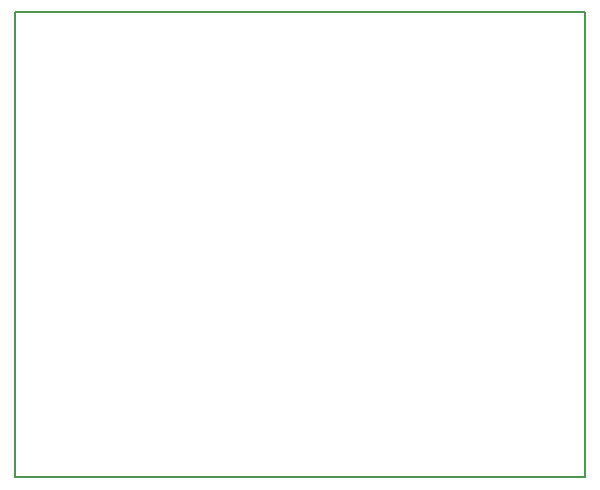
<source format=gbr>
G04 #@! TF.FileFunction,Profile,NP*
%FSLAX46Y46*%
G04 Gerber Fmt 4.6, Leading zero omitted, Abs format (unit mm)*
G04 Created by KiCad (PCBNEW 4.0.7) date Tuesday, March 20, 2018 'PMt' 03:31:39 PM*
%MOMM*%
%LPD*%
G01*
G04 APERTURE LIST*
%ADD10C,0.100000*%
%ADD11C,0.150000*%
G04 APERTURE END LIST*
D10*
D11*
X128270000Y-95250000D02*
X128270000Y-55880000D01*
X176530000Y-95250000D02*
X128270000Y-95250000D01*
X176530000Y-55880000D02*
X176530000Y-95250000D01*
X128270000Y-55880000D02*
X176530000Y-55880000D01*
M02*

</source>
